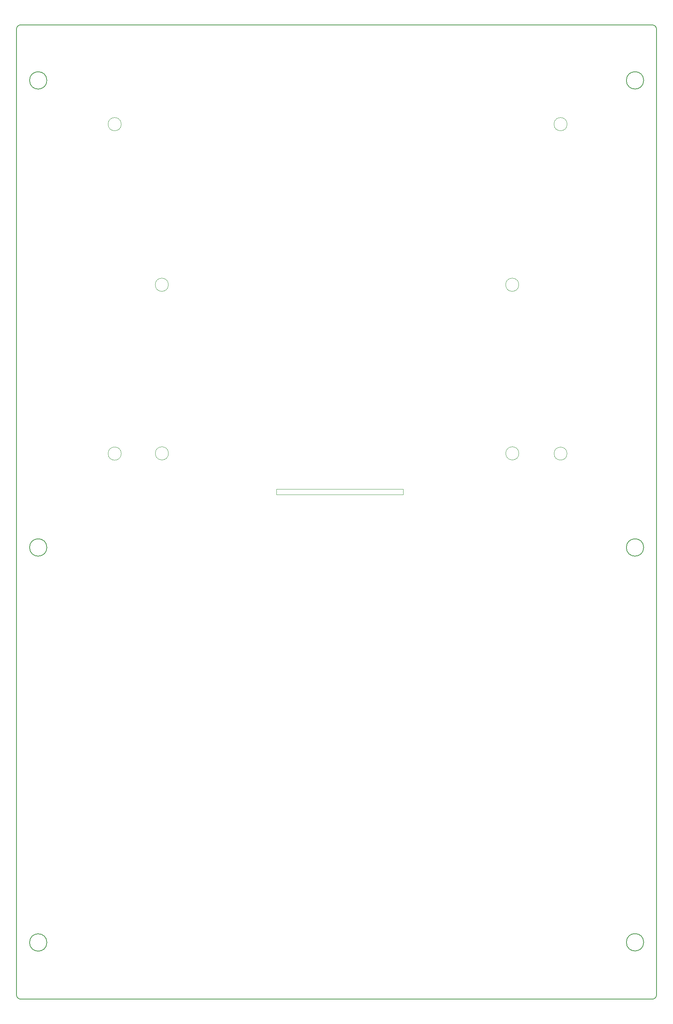
<source format=gbr>
%TF.GenerationSoftware,KiCad,Pcbnew,(5.1.9)-1*%
%TF.CreationDate,2021-06-15T23:19:55+02:00*%
%TF.ProjectId,opena3xx-mcdu,6f70656e-6133-4787-982d-6d6364752e6b,0.1*%
%TF.SameCoordinates,Original*%
%TF.FileFunction,Profile,NP*%
%FSLAX46Y46*%
G04 Gerber Fmt 4.6, Leading zero omitted, Abs format (unit mm)*
G04 Created by KiCad (PCBNEW (5.1.9)-1) date 2021-06-15 23:19:55*
%MOMM*%
%LPD*%
G01*
G04 APERTURE LIST*
%TA.AperFunction,Profile*%
%ADD10C,0.050000*%
%TD*%
%TA.AperFunction,Profile*%
%ADD11C,0.200000*%
%TD*%
G04 APERTURE END LIST*
D10*
X284226000Y-83058000D02*
G75*
G03*
X284226000Y-83058000I-1524000J0D01*
G01*
X203200000Y-83058000D02*
G75*
G03*
X203200000Y-83058000I-1524000J0D01*
G01*
X284251400Y-121996200D02*
G75*
G03*
X284251400Y-121996200I-1524000J0D01*
G01*
X203225400Y-121996200D02*
G75*
G03*
X203225400Y-121996200I-1524000J0D01*
G01*
D11*
X175096704Y-35862963D02*
G75*
G03*
X175096704Y-35862963I-2000000J0D01*
G01*
X169069654Y-248042938D02*
X315069653Y-248042938D01*
X313098973Y-143725977D02*
G75*
G03*
X313098973Y-143725977I-2000000J0D01*
G01*
X313099057Y-35854494D02*
G75*
G03*
X313099057Y-35854494I-2000000J0D01*
G01*
X168069654Y-24042939D02*
G75*
G02*
X169069654Y-23042939I1000000J0D01*
G01*
X175099057Y-234945484D02*
G75*
G03*
X175099057Y-234945484I-2000000J0D01*
G01*
X316069653Y-247042938D02*
X316069653Y-24042939D01*
X168069654Y-24042939D02*
X168069654Y-247042938D01*
X169069654Y-248042938D02*
G75*
G02*
X168069654Y-247042938I0J1000000D01*
G01*
X315069653Y-23042939D02*
G75*
G02*
X316069653Y-24042939I0J-1000000D01*
G01*
X315069653Y-23042939D02*
X169069654Y-23042939D01*
X175098989Y-143726029D02*
G75*
G03*
X175098989Y-143726029I-2000000J0D01*
G01*
X316069653Y-247042938D02*
G75*
G02*
X315069653Y-248042938I-1000000J0D01*
G01*
X313099067Y-234900316D02*
G75*
G03*
X313099067Y-234900316I-2000000J0D01*
G01*
D10*
X295377461Y-122047000D02*
G75*
G03*
X295377461Y-122047000I-1499461J0D01*
G01*
X192303400Y-122047000D02*
G75*
G03*
X192303400Y-122047000I-1524000J0D01*
G01*
X295402212Y-45974000D02*
G75*
G03*
X295402212Y-45974000I-1524212J0D01*
G01*
X192303612Y-45974000D02*
G75*
G03*
X192303612Y-45974000I-1524212J0D01*
G01*
X228206300Y-130225800D02*
X240461800Y-130225800D01*
X228206300Y-131521200D02*
X228206300Y-130225800D01*
X257479800Y-131521200D02*
X228206300Y-131521200D01*
X257479800Y-130225800D02*
X257479800Y-131521200D01*
X240461800Y-130225800D02*
X257479800Y-130225800D01*
M02*

</source>
